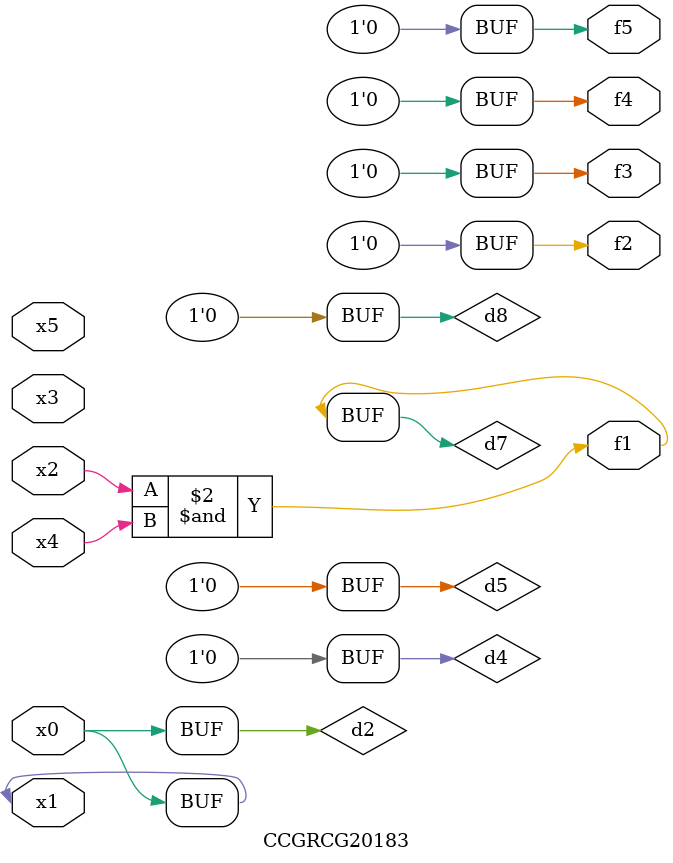
<source format=v>
module CCGRCG20183(
	input x0, x1, x2, x3, x4, x5,
	output f1, f2, f3, f4, f5
);

	wire d1, d2, d3, d4, d5, d6, d7, d8, d9;

	nand (d1, x1);
	buf (d2, x0, x1);
	nand (d3, x2, x4);
	and (d4, d1, d2);
	and (d5, d1, d2);
	nand (d6, d1, d3);
	not (d7, d3);
	xor (d8, d5);
	nor (d9, d5, d6);
	assign f1 = d7;
	assign f2 = d8;
	assign f3 = d8;
	assign f4 = d8;
	assign f5 = d8;
endmodule

</source>
